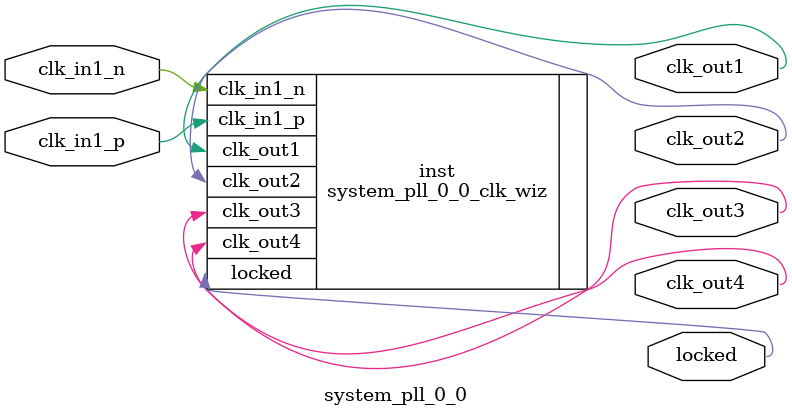
<source format=v>


`timescale 1ps/1ps

(* CORE_GENERATION_INFO = "system_pll_0_0,clk_wiz_v6_0_14_0_0,{component_name=system_pll_0_0,use_phase_alignment=true,use_min_o_jitter=false,use_max_i_jitter=false,use_dyn_phase_shift=false,use_inclk_switchover=false,use_dyn_reconfig=false,enable_axi=0,feedback_source=FDBK_AUTO,PRIMITIVE=PLL,num_out_clk=4,clkin1_period=8.000,clkin2_period=10.0,use_power_down=false,use_reset=false,use_locked=true,use_inclk_stopped=false,feedback_type=SINGLE,CLOCK_MGR_TYPE=NA,manual_override=false}" *)

module system_pll_0_0 
 (
  // Clock out ports
  output        clk_out1,
  output        clk_out2,
  output        clk_out3,
  output        clk_out4,
  // Status and control signals
  output        locked,
 // Clock in ports
  input         clk_in1_p,
  input         clk_in1_n
 );

  system_pll_0_0_clk_wiz inst
  (
  // Clock out ports  
  .clk_out1(clk_out1),
  .clk_out2(clk_out2),
  .clk_out3(clk_out3),
  .clk_out4(clk_out4),
  // Status and control signals               
  .locked(locked),
 // Clock in ports
  .clk_in1_p(clk_in1_p),
  .clk_in1_n(clk_in1_n)
  );

endmodule

</source>
